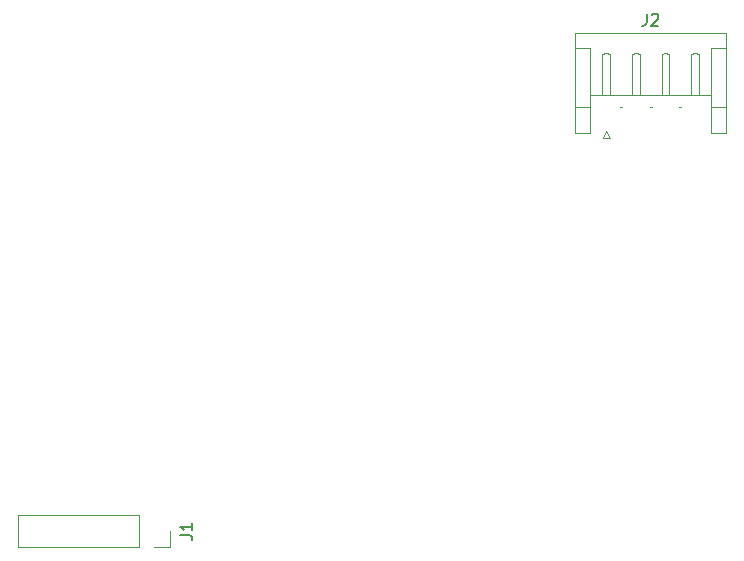
<source format=gbr>
%TF.GenerationSoftware,KiCad,Pcbnew,(6.0.6)*%
%TF.CreationDate,2022-08-10T17:01:52+02:00*%
%TF.ProjectId,rabid40,72616269-6434-4302-9e6b-696361645f70,rev?*%
%TF.SameCoordinates,Original*%
%TF.FileFunction,Legend,Top*%
%TF.FilePolarity,Positive*%
%FSLAX46Y46*%
G04 Gerber Fmt 4.6, Leading zero omitted, Abs format (unit mm)*
G04 Created by KiCad (PCBNEW (6.0.6)) date 2022-08-10 17:01:52*
%MOMM*%
%LPD*%
G01*
G04 APERTURE LIST*
%ADD10C,0.150000*%
%ADD11C,0.120000*%
G04 APERTURE END LIST*
D10*
%TO.C,J2*%
X117046666Y-50724880D02*
X117046666Y-51439166D01*
X116999047Y-51582023D01*
X116903809Y-51677261D01*
X116760952Y-51724880D01*
X116665714Y-51724880D01*
X117475238Y-50820119D02*
X117522857Y-50772500D01*
X117618095Y-50724880D01*
X117856190Y-50724880D01*
X117951428Y-50772500D01*
X117999047Y-50820119D01*
X118046666Y-50915357D01*
X118046666Y-51010595D01*
X117999047Y-51153452D01*
X117427619Y-51724880D01*
X118046666Y-51724880D01*
%TO.C,J1*%
X77572380Y-94863333D02*
X78286666Y-94863333D01*
X78429523Y-94910952D01*
X78524761Y-95006190D01*
X78572380Y-95149047D01*
X78572380Y-95244285D01*
X78572380Y-93863333D02*
X78572380Y-94434761D01*
X78572380Y-94149047D02*
X77572380Y-94149047D01*
X77715238Y-94244285D01*
X77810476Y-94339523D01*
X77858095Y-94434761D01*
D11*
%TO.C,J2*%
X119800000Y-58582500D02*
X119960000Y-58582500D01*
X113310000Y-57582500D02*
X113310000Y-54162500D01*
X118310000Y-57582500D02*
X118310000Y-54162500D01*
X112240000Y-58582500D02*
X111020000Y-58582500D01*
X118310000Y-54162500D02*
X118630000Y-54082500D01*
X113950000Y-57582500D02*
X113630000Y-57582500D01*
X113630000Y-57582500D02*
X113310000Y-57582500D01*
X121130000Y-54082500D02*
X121450000Y-54162500D01*
X116450000Y-54162500D02*
X116450000Y-57582500D01*
X123740000Y-60782500D02*
X122520000Y-60782500D01*
X121450000Y-57582500D02*
X121130000Y-57582500D01*
X113630000Y-60672500D02*
X113330000Y-61272500D01*
X122520000Y-58582500D02*
X123740000Y-58582500D01*
X113950000Y-54162500D02*
X113950000Y-57582500D01*
X113930000Y-61272500D02*
X113630000Y-60672500D01*
X123740000Y-52362500D02*
X123740000Y-60782500D01*
X114800000Y-58582500D02*
X114960000Y-58582500D01*
X112240000Y-58582500D02*
X112240000Y-60782500D01*
X112240000Y-53582500D02*
X112240000Y-58582500D01*
X118630000Y-57582500D02*
X118310000Y-57582500D01*
X111020000Y-60782500D02*
X111020000Y-52362500D01*
X116130000Y-57582500D02*
X115810000Y-57582500D01*
X118950000Y-57582500D02*
X118630000Y-57582500D01*
X118630000Y-54082500D02*
X118950000Y-54162500D01*
X116130000Y-54082500D02*
X116450000Y-54162500D01*
X118950000Y-54162500D02*
X118950000Y-57582500D01*
X113330000Y-61272500D02*
X113930000Y-61272500D01*
X121130000Y-57582500D02*
X120810000Y-57582500D01*
X113310000Y-54162500D02*
X113630000Y-54082500D01*
X116450000Y-57582500D02*
X116130000Y-57582500D01*
X123740000Y-53582500D02*
X122520000Y-53582500D01*
X111020000Y-53582500D02*
X112240000Y-53582500D01*
X121450000Y-54162500D02*
X121450000Y-57582500D01*
X113630000Y-54082500D02*
X113950000Y-54162500D01*
X111020000Y-52362500D02*
X123740000Y-52362500D01*
X120810000Y-57582500D02*
X120810000Y-54162500D01*
X122520000Y-60782500D02*
X122520000Y-58582500D01*
X112240000Y-57582500D02*
X122520000Y-57582500D01*
X115810000Y-57582500D02*
X115810000Y-54162500D01*
X112240000Y-60782500D02*
X111020000Y-60782500D01*
X115810000Y-54162500D02*
X116130000Y-54082500D01*
X117300000Y-58582500D02*
X117460000Y-58582500D01*
X120810000Y-54162500D02*
X121130000Y-54082500D01*
X122520000Y-53582500D02*
X122520000Y-58582500D01*
%TO.C,J1*%
X74080000Y-93200000D02*
X63860000Y-93200000D01*
X76680000Y-94530000D02*
X76680000Y-95860000D01*
X63860000Y-93200000D02*
X63860000Y-95860000D01*
X76680000Y-95860000D02*
X75350000Y-95860000D01*
X74080000Y-93200000D02*
X74080000Y-95860000D01*
X74080000Y-95860000D02*
X63860000Y-95860000D01*
%TD*%
M02*

</source>
